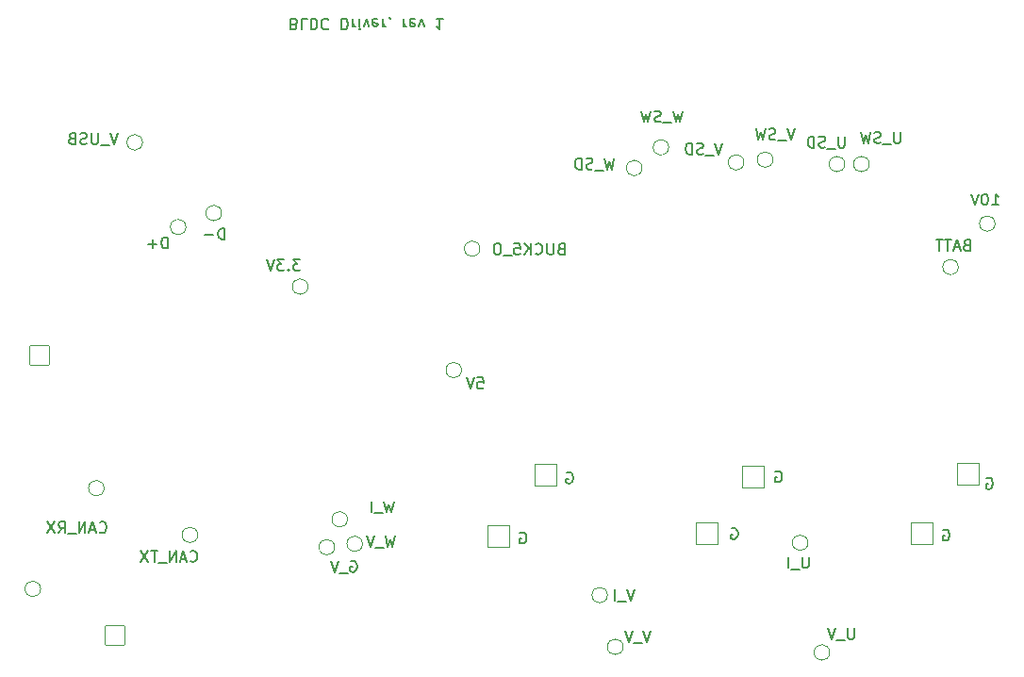
<source format=gbo>
G04 #@! TF.GenerationSoftware,KiCad,Pcbnew,8.0.4-8.0.4-0~ubuntu22.04.1*
G04 #@! TF.CreationDate,2024-08-24T23:14:06+02:00*
G04 #@! TF.ProjectId,bldc_project,626c6463-5f70-4726-9f6a-6563742e6b69,rev?*
G04 #@! TF.SameCoordinates,Original*
G04 #@! TF.FileFunction,Legend,Bot*
G04 #@! TF.FilePolarity,Positive*
%FSLAX46Y46*%
G04 Gerber Fmt 4.6, Leading zero omitted, Abs format (unit mm)*
G04 Created by KiCad (PCBNEW 8.0.4-8.0.4-0~ubuntu22.04.1) date 2024-08-24 23:14:06*
%MOMM*%
%LPD*%
G01*
G04 APERTURE LIST*
G04 Aperture macros list*
%AMRoundRect*
0 Rectangle with rounded corners*
0 $1 Rounding radius*
0 $2 $3 $4 $5 $6 $7 $8 $9 X,Y pos of 4 corners*
0 Add a 4 corners polygon primitive as box body*
4,1,4,$2,$3,$4,$5,$6,$7,$8,$9,$2,$3,0*
0 Add four circle primitives for the rounded corners*
1,1,$1+$1,$2,$3*
1,1,$1+$1,$4,$5*
1,1,$1+$1,$6,$7*
1,1,$1+$1,$8,$9*
0 Add four rect primitives between the rounded corners*
20,1,$1+$1,$2,$3,$4,$5,0*
20,1,$1+$1,$4,$5,$6,$7,0*
20,1,$1+$1,$6,$7,$8,$9,0*
20,1,$1+$1,$8,$9,$2,$3,0*%
G04 Aperture macros list end*
%ADD10C,0.160000*%
%ADD11C,0.120000*%
%ADD12RoundRect,0.038000X0.952500X1.000000X-0.952500X1.000000X-0.952500X-1.000000X0.952500X-1.000000X0*%
%ADD13O,1.981000X2.076000*%
%ADD14C,1.676000*%
%ADD15C,1.448000*%
%ADD16RoundRect,0.038000X-0.850000X-0.850000X0.850000X-0.850000X0.850000X0.850000X-0.850000X0.850000X0*%
%ADD17O,1.776000X1.776000*%
%ADD18C,0.726000*%
%ADD19O,1.076000X2.176000*%
%ADD20O,1.076000X1.676000*%
%ADD21RoundRect,0.038000X0.850000X-0.850000X0.850000X0.850000X-0.850000X0.850000X-0.850000X-0.850000X0*%
%ADD22C,1.066600*%
%ADD23C,1.076000*%
G04 APERTURE END LIST*
D10*
X76001879Y-128069299D02*
X75763784Y-129069299D01*
X75763784Y-129069299D02*
X75573308Y-128355013D01*
X75573308Y-128355013D02*
X75382832Y-129069299D01*
X75382832Y-129069299D02*
X75144737Y-128069299D01*
X75001880Y-129164537D02*
X74239975Y-129164537D01*
X74144736Y-128069299D02*
X73811403Y-129069299D01*
X73811403Y-129069299D02*
X73478070Y-128069299D01*
X101851879Y-89919299D02*
X101613784Y-90919299D01*
X101613784Y-90919299D02*
X101423308Y-90205013D01*
X101423308Y-90205013D02*
X101232832Y-90919299D01*
X101232832Y-90919299D02*
X100994737Y-89919299D01*
X100851880Y-91014537D02*
X100089975Y-91014537D01*
X99899498Y-90871680D02*
X99756641Y-90919299D01*
X99756641Y-90919299D02*
X99518546Y-90919299D01*
X99518546Y-90919299D02*
X99423308Y-90871680D01*
X99423308Y-90871680D02*
X99375689Y-90824060D01*
X99375689Y-90824060D02*
X99328070Y-90728822D01*
X99328070Y-90728822D02*
X99328070Y-90633584D01*
X99328070Y-90633584D02*
X99375689Y-90538346D01*
X99375689Y-90538346D02*
X99423308Y-90490727D01*
X99423308Y-90490727D02*
X99518546Y-90443108D01*
X99518546Y-90443108D02*
X99709022Y-90395489D01*
X99709022Y-90395489D02*
X99804260Y-90347870D01*
X99804260Y-90347870D02*
X99851879Y-90300251D01*
X99851879Y-90300251D02*
X99899498Y-90205013D01*
X99899498Y-90205013D02*
X99899498Y-90109775D01*
X99899498Y-90109775D02*
X99851879Y-90014537D01*
X99851879Y-90014537D02*
X99804260Y-89966918D01*
X99804260Y-89966918D02*
X99709022Y-89919299D01*
X99709022Y-89919299D02*
X99470927Y-89919299D01*
X99470927Y-89919299D02*
X99328070Y-89966918D01*
X98994736Y-89919299D02*
X98756641Y-90919299D01*
X98756641Y-90919299D02*
X98566165Y-90205013D01*
X98566165Y-90205013D02*
X98375689Y-90919299D01*
X98375689Y-90919299D02*
X98137594Y-89919299D01*
X116406641Y-92219299D02*
X116406641Y-93028822D01*
X116406641Y-93028822D02*
X116359022Y-93124060D01*
X116359022Y-93124060D02*
X116311403Y-93171680D01*
X116311403Y-93171680D02*
X116216165Y-93219299D01*
X116216165Y-93219299D02*
X116025689Y-93219299D01*
X116025689Y-93219299D02*
X115930451Y-93171680D01*
X115930451Y-93171680D02*
X115882832Y-93124060D01*
X115882832Y-93124060D02*
X115835213Y-93028822D01*
X115835213Y-93028822D02*
X115835213Y-92219299D01*
X115597118Y-93314537D02*
X114835213Y-93314537D01*
X114644736Y-93171680D02*
X114501879Y-93219299D01*
X114501879Y-93219299D02*
X114263784Y-93219299D01*
X114263784Y-93219299D02*
X114168546Y-93171680D01*
X114168546Y-93171680D02*
X114120927Y-93124060D01*
X114120927Y-93124060D02*
X114073308Y-93028822D01*
X114073308Y-93028822D02*
X114073308Y-92933584D01*
X114073308Y-92933584D02*
X114120927Y-92838346D01*
X114120927Y-92838346D02*
X114168546Y-92790727D01*
X114168546Y-92790727D02*
X114263784Y-92743108D01*
X114263784Y-92743108D02*
X114454260Y-92695489D01*
X114454260Y-92695489D02*
X114549498Y-92647870D01*
X114549498Y-92647870D02*
X114597117Y-92600251D01*
X114597117Y-92600251D02*
X114644736Y-92505013D01*
X114644736Y-92505013D02*
X114644736Y-92409775D01*
X114644736Y-92409775D02*
X114597117Y-92314537D01*
X114597117Y-92314537D02*
X114549498Y-92266918D01*
X114549498Y-92266918D02*
X114454260Y-92219299D01*
X114454260Y-92219299D02*
X114216165Y-92219299D01*
X114216165Y-92219299D02*
X114073308Y-92266918D01*
X113644736Y-93219299D02*
X113644736Y-92219299D01*
X113644736Y-92219299D02*
X113406641Y-92219299D01*
X113406641Y-92219299D02*
X113263784Y-92266918D01*
X113263784Y-92266918D02*
X113168546Y-92362156D01*
X113168546Y-92362156D02*
X113120927Y-92457394D01*
X113120927Y-92457394D02*
X113073308Y-92647870D01*
X113073308Y-92647870D02*
X113073308Y-92790727D01*
X113073308Y-92790727D02*
X113120927Y-92981203D01*
X113120927Y-92981203D02*
X113168546Y-93076441D01*
X113168546Y-93076441D02*
X113263784Y-93171680D01*
X113263784Y-93171680D02*
X113406641Y-93219299D01*
X113406641Y-93219299D02*
X113644736Y-93219299D01*
X51099498Y-91919299D02*
X50766165Y-92919299D01*
X50766165Y-92919299D02*
X50432832Y-91919299D01*
X50337594Y-93014537D02*
X49575689Y-93014537D01*
X49337593Y-91919299D02*
X49337593Y-92728822D01*
X49337593Y-92728822D02*
X49289974Y-92824060D01*
X49289974Y-92824060D02*
X49242355Y-92871680D01*
X49242355Y-92871680D02*
X49147117Y-92919299D01*
X49147117Y-92919299D02*
X48956641Y-92919299D01*
X48956641Y-92919299D02*
X48861403Y-92871680D01*
X48861403Y-92871680D02*
X48813784Y-92824060D01*
X48813784Y-92824060D02*
X48766165Y-92728822D01*
X48766165Y-92728822D02*
X48766165Y-91919299D01*
X48337593Y-92871680D02*
X48194736Y-92919299D01*
X48194736Y-92919299D02*
X47956641Y-92919299D01*
X47956641Y-92919299D02*
X47861403Y-92871680D01*
X47861403Y-92871680D02*
X47813784Y-92824060D01*
X47813784Y-92824060D02*
X47766165Y-92728822D01*
X47766165Y-92728822D02*
X47766165Y-92633584D01*
X47766165Y-92633584D02*
X47813784Y-92538346D01*
X47813784Y-92538346D02*
X47861403Y-92490727D01*
X47861403Y-92490727D02*
X47956641Y-92443108D01*
X47956641Y-92443108D02*
X48147117Y-92395489D01*
X48147117Y-92395489D02*
X48242355Y-92347870D01*
X48242355Y-92347870D02*
X48289974Y-92300251D01*
X48289974Y-92300251D02*
X48337593Y-92205013D01*
X48337593Y-92205013D02*
X48337593Y-92109775D01*
X48337593Y-92109775D02*
X48289974Y-92014537D01*
X48289974Y-92014537D02*
X48242355Y-91966918D01*
X48242355Y-91966918D02*
X48147117Y-91919299D01*
X48147117Y-91919299D02*
X47909022Y-91919299D01*
X47909022Y-91919299D02*
X47766165Y-91966918D01*
X47004260Y-92395489D02*
X46861403Y-92443108D01*
X46861403Y-92443108D02*
X46813784Y-92490727D01*
X46813784Y-92490727D02*
X46766165Y-92585965D01*
X46766165Y-92585965D02*
X46766165Y-92728822D01*
X46766165Y-92728822D02*
X46813784Y-92824060D01*
X46813784Y-92824060D02*
X46861403Y-92871680D01*
X46861403Y-92871680D02*
X46956641Y-92919299D01*
X46956641Y-92919299D02*
X47337593Y-92919299D01*
X47337593Y-92919299D02*
X47337593Y-91919299D01*
X47337593Y-91919299D02*
X47004260Y-91919299D01*
X47004260Y-91919299D02*
X46909022Y-91966918D01*
X46909022Y-91966918D02*
X46861403Y-92014537D01*
X46861403Y-92014537D02*
X46813784Y-92109775D01*
X46813784Y-92109775D02*
X46813784Y-92205013D01*
X46813784Y-92205013D02*
X46861403Y-92300251D01*
X46861403Y-92300251D02*
X46909022Y-92347870D01*
X46909022Y-92347870D02*
X47004260Y-92395489D01*
X47004260Y-92395489D02*
X47337593Y-92395489D01*
X95701879Y-94169299D02*
X95463784Y-95169299D01*
X95463784Y-95169299D02*
X95273308Y-94455013D01*
X95273308Y-94455013D02*
X95082832Y-95169299D01*
X95082832Y-95169299D02*
X94844737Y-94169299D01*
X94701880Y-95264537D02*
X93939975Y-95264537D01*
X93749498Y-95121680D02*
X93606641Y-95169299D01*
X93606641Y-95169299D02*
X93368546Y-95169299D01*
X93368546Y-95169299D02*
X93273308Y-95121680D01*
X93273308Y-95121680D02*
X93225689Y-95074060D01*
X93225689Y-95074060D02*
X93178070Y-94978822D01*
X93178070Y-94978822D02*
X93178070Y-94883584D01*
X93178070Y-94883584D02*
X93225689Y-94788346D01*
X93225689Y-94788346D02*
X93273308Y-94740727D01*
X93273308Y-94740727D02*
X93368546Y-94693108D01*
X93368546Y-94693108D02*
X93559022Y-94645489D01*
X93559022Y-94645489D02*
X93654260Y-94597870D01*
X93654260Y-94597870D02*
X93701879Y-94550251D01*
X93701879Y-94550251D02*
X93749498Y-94455013D01*
X93749498Y-94455013D02*
X93749498Y-94359775D01*
X93749498Y-94359775D02*
X93701879Y-94264537D01*
X93701879Y-94264537D02*
X93654260Y-94216918D01*
X93654260Y-94216918D02*
X93559022Y-94169299D01*
X93559022Y-94169299D02*
X93320927Y-94169299D01*
X93320927Y-94169299D02*
X93178070Y-94216918D01*
X92749498Y-95169299D02*
X92749498Y-94169299D01*
X92749498Y-94169299D02*
X92511403Y-94169299D01*
X92511403Y-94169299D02*
X92368546Y-94216918D01*
X92368546Y-94216918D02*
X92273308Y-94312156D01*
X92273308Y-94312156D02*
X92225689Y-94407394D01*
X92225689Y-94407394D02*
X92178070Y-94597870D01*
X92178070Y-94597870D02*
X92178070Y-94740727D01*
X92178070Y-94740727D02*
X92225689Y-94931203D01*
X92225689Y-94931203D02*
X92273308Y-95026441D01*
X92273308Y-95026441D02*
X92368546Y-95121680D01*
X92368546Y-95121680D02*
X92511403Y-95169299D01*
X92511403Y-95169299D02*
X92749498Y-95169299D01*
X83430451Y-113869299D02*
X83906641Y-113869299D01*
X83906641Y-113869299D02*
X83954260Y-114345489D01*
X83954260Y-114345489D02*
X83906641Y-114297870D01*
X83906641Y-114297870D02*
X83811403Y-114250251D01*
X83811403Y-114250251D02*
X83573308Y-114250251D01*
X83573308Y-114250251D02*
X83478070Y-114297870D01*
X83478070Y-114297870D02*
X83430451Y-114345489D01*
X83430451Y-114345489D02*
X83382832Y-114440727D01*
X83382832Y-114440727D02*
X83382832Y-114678822D01*
X83382832Y-114678822D02*
X83430451Y-114774060D01*
X83430451Y-114774060D02*
X83478070Y-114821680D01*
X83478070Y-114821680D02*
X83573308Y-114869299D01*
X83573308Y-114869299D02*
X83811403Y-114869299D01*
X83811403Y-114869299D02*
X83906641Y-114821680D01*
X83906641Y-114821680D02*
X83954260Y-114774060D01*
X83097117Y-113869299D02*
X82763784Y-114869299D01*
X82763784Y-114869299D02*
X82430451Y-113869299D01*
X75901879Y-124969299D02*
X75663784Y-125969299D01*
X75663784Y-125969299D02*
X75473308Y-125255013D01*
X75473308Y-125255013D02*
X75282832Y-125969299D01*
X75282832Y-125969299D02*
X75044737Y-124969299D01*
X74901880Y-126064537D02*
X74139975Y-126064537D01*
X73901879Y-125969299D02*
X73901879Y-124969299D01*
X129132832Y-122916918D02*
X129228070Y-122869299D01*
X129228070Y-122869299D02*
X129370927Y-122869299D01*
X129370927Y-122869299D02*
X129513784Y-122916918D01*
X129513784Y-122916918D02*
X129609022Y-123012156D01*
X129609022Y-123012156D02*
X129656641Y-123107394D01*
X129656641Y-123107394D02*
X129704260Y-123297870D01*
X129704260Y-123297870D02*
X129704260Y-123440727D01*
X129704260Y-123440727D02*
X129656641Y-123631203D01*
X129656641Y-123631203D02*
X129609022Y-123726441D01*
X129609022Y-123726441D02*
X129513784Y-123821680D01*
X129513784Y-123821680D02*
X129370927Y-123869299D01*
X129370927Y-123869299D02*
X129275689Y-123869299D01*
X129275689Y-123869299D02*
X129132832Y-123821680D01*
X129132832Y-123821680D02*
X129085213Y-123774060D01*
X129085213Y-123774060D02*
X129085213Y-123440727D01*
X129085213Y-123440727D02*
X129275689Y-123440727D01*
X60706641Y-101469299D02*
X60706641Y-100469299D01*
X60706641Y-100469299D02*
X60468546Y-100469299D01*
X60468546Y-100469299D02*
X60325689Y-100516918D01*
X60325689Y-100516918D02*
X60230451Y-100612156D01*
X60230451Y-100612156D02*
X60182832Y-100707394D01*
X60182832Y-100707394D02*
X60135213Y-100897870D01*
X60135213Y-100897870D02*
X60135213Y-101040727D01*
X60135213Y-101040727D02*
X60182832Y-101231203D01*
X60182832Y-101231203D02*
X60230451Y-101326441D01*
X60230451Y-101326441D02*
X60325689Y-101421680D01*
X60325689Y-101421680D02*
X60468546Y-101469299D01*
X60468546Y-101469299D02*
X60706641Y-101469299D01*
X59706641Y-101088346D02*
X58944737Y-101088346D01*
X105399498Y-92819299D02*
X105066165Y-93819299D01*
X105066165Y-93819299D02*
X104732832Y-92819299D01*
X104637594Y-93914537D02*
X103875689Y-93914537D01*
X103685212Y-93771680D02*
X103542355Y-93819299D01*
X103542355Y-93819299D02*
X103304260Y-93819299D01*
X103304260Y-93819299D02*
X103209022Y-93771680D01*
X103209022Y-93771680D02*
X103161403Y-93724060D01*
X103161403Y-93724060D02*
X103113784Y-93628822D01*
X103113784Y-93628822D02*
X103113784Y-93533584D01*
X103113784Y-93533584D02*
X103161403Y-93438346D01*
X103161403Y-93438346D02*
X103209022Y-93390727D01*
X103209022Y-93390727D02*
X103304260Y-93343108D01*
X103304260Y-93343108D02*
X103494736Y-93295489D01*
X103494736Y-93295489D02*
X103589974Y-93247870D01*
X103589974Y-93247870D02*
X103637593Y-93200251D01*
X103637593Y-93200251D02*
X103685212Y-93105013D01*
X103685212Y-93105013D02*
X103685212Y-93009775D01*
X103685212Y-93009775D02*
X103637593Y-92914537D01*
X103637593Y-92914537D02*
X103589974Y-92866918D01*
X103589974Y-92866918D02*
X103494736Y-92819299D01*
X103494736Y-92819299D02*
X103256641Y-92819299D01*
X103256641Y-92819299D02*
X103113784Y-92866918D01*
X102685212Y-93819299D02*
X102685212Y-92819299D01*
X102685212Y-92819299D02*
X102447117Y-92819299D01*
X102447117Y-92819299D02*
X102304260Y-92866918D01*
X102304260Y-92866918D02*
X102209022Y-92962156D01*
X102209022Y-92962156D02*
X102161403Y-93057394D01*
X102161403Y-93057394D02*
X102113784Y-93247870D01*
X102113784Y-93247870D02*
X102113784Y-93390727D01*
X102113784Y-93390727D02*
X102161403Y-93581203D01*
X102161403Y-93581203D02*
X102209022Y-93676441D01*
X102209022Y-93676441D02*
X102304260Y-93771680D01*
X102304260Y-93771680D02*
X102447117Y-93819299D01*
X102447117Y-93819299D02*
X102685212Y-93819299D01*
X111899498Y-91519299D02*
X111566165Y-92519299D01*
X111566165Y-92519299D02*
X111232832Y-91519299D01*
X111137594Y-92614537D02*
X110375689Y-92614537D01*
X110185212Y-92471680D02*
X110042355Y-92519299D01*
X110042355Y-92519299D02*
X109804260Y-92519299D01*
X109804260Y-92519299D02*
X109709022Y-92471680D01*
X109709022Y-92471680D02*
X109661403Y-92424060D01*
X109661403Y-92424060D02*
X109613784Y-92328822D01*
X109613784Y-92328822D02*
X109613784Y-92233584D01*
X109613784Y-92233584D02*
X109661403Y-92138346D01*
X109661403Y-92138346D02*
X109709022Y-92090727D01*
X109709022Y-92090727D02*
X109804260Y-92043108D01*
X109804260Y-92043108D02*
X109994736Y-91995489D01*
X109994736Y-91995489D02*
X110089974Y-91947870D01*
X110089974Y-91947870D02*
X110137593Y-91900251D01*
X110137593Y-91900251D02*
X110185212Y-91805013D01*
X110185212Y-91805013D02*
X110185212Y-91709775D01*
X110185212Y-91709775D02*
X110137593Y-91614537D01*
X110137593Y-91614537D02*
X110089974Y-91566918D01*
X110089974Y-91566918D02*
X109994736Y-91519299D01*
X109994736Y-91519299D02*
X109756641Y-91519299D01*
X109756641Y-91519299D02*
X109613784Y-91566918D01*
X109280450Y-91519299D02*
X109042355Y-92519299D01*
X109042355Y-92519299D02*
X108851879Y-91805013D01*
X108851879Y-91805013D02*
X108661403Y-92519299D01*
X108661403Y-92519299D02*
X108423308Y-91519299D01*
X91432832Y-122416918D02*
X91528070Y-122369299D01*
X91528070Y-122369299D02*
X91670927Y-122369299D01*
X91670927Y-122369299D02*
X91813784Y-122416918D01*
X91813784Y-122416918D02*
X91909022Y-122512156D01*
X91909022Y-122512156D02*
X91956641Y-122607394D01*
X91956641Y-122607394D02*
X92004260Y-122797870D01*
X92004260Y-122797870D02*
X92004260Y-122940727D01*
X92004260Y-122940727D02*
X91956641Y-123131203D01*
X91956641Y-123131203D02*
X91909022Y-123226441D01*
X91909022Y-123226441D02*
X91813784Y-123321680D01*
X91813784Y-123321680D02*
X91670927Y-123369299D01*
X91670927Y-123369299D02*
X91575689Y-123369299D01*
X91575689Y-123369299D02*
X91432832Y-123321680D01*
X91432832Y-123321680D02*
X91385213Y-123274060D01*
X91385213Y-123274060D02*
X91385213Y-122940727D01*
X91385213Y-122940727D02*
X91575689Y-122940727D01*
X110182832Y-122316918D02*
X110278070Y-122269299D01*
X110278070Y-122269299D02*
X110420927Y-122269299D01*
X110420927Y-122269299D02*
X110563784Y-122316918D01*
X110563784Y-122316918D02*
X110659022Y-122412156D01*
X110659022Y-122412156D02*
X110706641Y-122507394D01*
X110706641Y-122507394D02*
X110754260Y-122697870D01*
X110754260Y-122697870D02*
X110754260Y-122840727D01*
X110754260Y-122840727D02*
X110706641Y-123031203D01*
X110706641Y-123031203D02*
X110659022Y-123126441D01*
X110659022Y-123126441D02*
X110563784Y-123221680D01*
X110563784Y-123221680D02*
X110420927Y-123269299D01*
X110420927Y-123269299D02*
X110325689Y-123269299D01*
X110325689Y-123269299D02*
X110182832Y-123221680D01*
X110182832Y-123221680D02*
X110135213Y-123174060D01*
X110135213Y-123174060D02*
X110135213Y-122840727D01*
X110135213Y-122840727D02*
X110325689Y-122840727D01*
X121406641Y-91819299D02*
X121406641Y-92628822D01*
X121406641Y-92628822D02*
X121359022Y-92724060D01*
X121359022Y-92724060D02*
X121311403Y-92771680D01*
X121311403Y-92771680D02*
X121216165Y-92819299D01*
X121216165Y-92819299D02*
X121025689Y-92819299D01*
X121025689Y-92819299D02*
X120930451Y-92771680D01*
X120930451Y-92771680D02*
X120882832Y-92724060D01*
X120882832Y-92724060D02*
X120835213Y-92628822D01*
X120835213Y-92628822D02*
X120835213Y-91819299D01*
X120597118Y-92914537D02*
X119835213Y-92914537D01*
X119644736Y-92771680D02*
X119501879Y-92819299D01*
X119501879Y-92819299D02*
X119263784Y-92819299D01*
X119263784Y-92819299D02*
X119168546Y-92771680D01*
X119168546Y-92771680D02*
X119120927Y-92724060D01*
X119120927Y-92724060D02*
X119073308Y-92628822D01*
X119073308Y-92628822D02*
X119073308Y-92533584D01*
X119073308Y-92533584D02*
X119120927Y-92438346D01*
X119120927Y-92438346D02*
X119168546Y-92390727D01*
X119168546Y-92390727D02*
X119263784Y-92343108D01*
X119263784Y-92343108D02*
X119454260Y-92295489D01*
X119454260Y-92295489D02*
X119549498Y-92247870D01*
X119549498Y-92247870D02*
X119597117Y-92200251D01*
X119597117Y-92200251D02*
X119644736Y-92105013D01*
X119644736Y-92105013D02*
X119644736Y-92009775D01*
X119644736Y-92009775D02*
X119597117Y-91914537D01*
X119597117Y-91914537D02*
X119549498Y-91866918D01*
X119549498Y-91866918D02*
X119454260Y-91819299D01*
X119454260Y-91819299D02*
X119216165Y-91819299D01*
X119216165Y-91819299D02*
X119073308Y-91866918D01*
X118739974Y-91819299D02*
X118501879Y-92819299D01*
X118501879Y-92819299D02*
X118311403Y-92105013D01*
X118311403Y-92105013D02*
X118120927Y-92819299D01*
X118120927Y-92819299D02*
X117882832Y-91819299D01*
X57635213Y-130324060D02*
X57682832Y-130371680D01*
X57682832Y-130371680D02*
X57825689Y-130419299D01*
X57825689Y-130419299D02*
X57920927Y-130419299D01*
X57920927Y-130419299D02*
X58063784Y-130371680D01*
X58063784Y-130371680D02*
X58159022Y-130276441D01*
X58159022Y-130276441D02*
X58206641Y-130181203D01*
X58206641Y-130181203D02*
X58254260Y-129990727D01*
X58254260Y-129990727D02*
X58254260Y-129847870D01*
X58254260Y-129847870D02*
X58206641Y-129657394D01*
X58206641Y-129657394D02*
X58159022Y-129562156D01*
X58159022Y-129562156D02*
X58063784Y-129466918D01*
X58063784Y-129466918D02*
X57920927Y-129419299D01*
X57920927Y-129419299D02*
X57825689Y-129419299D01*
X57825689Y-129419299D02*
X57682832Y-129466918D01*
X57682832Y-129466918D02*
X57635213Y-129514537D01*
X57254260Y-130133584D02*
X56778070Y-130133584D01*
X57349498Y-130419299D02*
X57016165Y-129419299D01*
X57016165Y-129419299D02*
X56682832Y-130419299D01*
X56349498Y-130419299D02*
X56349498Y-129419299D01*
X56349498Y-129419299D02*
X55778070Y-130419299D01*
X55778070Y-130419299D02*
X55778070Y-129419299D01*
X55539975Y-130514537D02*
X54778070Y-130514537D01*
X54682831Y-129419299D02*
X54111403Y-129419299D01*
X54397117Y-130419299D02*
X54397117Y-129419299D01*
X53873307Y-129419299D02*
X53206641Y-130419299D01*
X53206641Y-129419299D02*
X53873307Y-130419299D01*
X98949498Y-136619299D02*
X98616165Y-137619299D01*
X98616165Y-137619299D02*
X98282832Y-136619299D01*
X98187594Y-137714537D02*
X97425689Y-137714537D01*
X97330450Y-136619299D02*
X96997117Y-137619299D01*
X96997117Y-137619299D02*
X96663784Y-136619299D01*
X125232832Y-127566918D02*
X125328070Y-127519299D01*
X125328070Y-127519299D02*
X125470927Y-127519299D01*
X125470927Y-127519299D02*
X125613784Y-127566918D01*
X125613784Y-127566918D02*
X125709022Y-127662156D01*
X125709022Y-127662156D02*
X125756641Y-127757394D01*
X125756641Y-127757394D02*
X125804260Y-127947870D01*
X125804260Y-127947870D02*
X125804260Y-128090727D01*
X125804260Y-128090727D02*
X125756641Y-128281203D01*
X125756641Y-128281203D02*
X125709022Y-128376441D01*
X125709022Y-128376441D02*
X125613784Y-128471680D01*
X125613784Y-128471680D02*
X125470927Y-128519299D01*
X125470927Y-128519299D02*
X125375689Y-128519299D01*
X125375689Y-128519299D02*
X125232832Y-128471680D01*
X125232832Y-128471680D02*
X125185213Y-128424060D01*
X125185213Y-128424060D02*
X125185213Y-128090727D01*
X125185213Y-128090727D02*
X125375689Y-128090727D01*
X87232832Y-127816918D02*
X87328070Y-127769299D01*
X87328070Y-127769299D02*
X87470927Y-127769299D01*
X87470927Y-127769299D02*
X87613784Y-127816918D01*
X87613784Y-127816918D02*
X87709022Y-127912156D01*
X87709022Y-127912156D02*
X87756641Y-128007394D01*
X87756641Y-128007394D02*
X87804260Y-128197870D01*
X87804260Y-128197870D02*
X87804260Y-128340727D01*
X87804260Y-128340727D02*
X87756641Y-128531203D01*
X87756641Y-128531203D02*
X87709022Y-128626441D01*
X87709022Y-128626441D02*
X87613784Y-128721680D01*
X87613784Y-128721680D02*
X87470927Y-128769299D01*
X87470927Y-128769299D02*
X87375689Y-128769299D01*
X87375689Y-128769299D02*
X87232832Y-128721680D01*
X87232832Y-128721680D02*
X87185213Y-128674060D01*
X87185213Y-128674060D02*
X87185213Y-128340727D01*
X87185213Y-128340727D02*
X87375689Y-128340727D01*
X129632832Y-98369299D02*
X130204260Y-98369299D01*
X129918546Y-98369299D02*
X129918546Y-97369299D01*
X129918546Y-97369299D02*
X130013784Y-97512156D01*
X130013784Y-97512156D02*
X130109022Y-97607394D01*
X130109022Y-97607394D02*
X130204260Y-97655013D01*
X129013784Y-97369299D02*
X128918546Y-97369299D01*
X128918546Y-97369299D02*
X128823308Y-97416918D01*
X128823308Y-97416918D02*
X128775689Y-97464537D01*
X128775689Y-97464537D02*
X128728070Y-97559775D01*
X128728070Y-97559775D02*
X128680451Y-97750251D01*
X128680451Y-97750251D02*
X128680451Y-97988346D01*
X128680451Y-97988346D02*
X128728070Y-98178822D01*
X128728070Y-98178822D02*
X128775689Y-98274060D01*
X128775689Y-98274060D02*
X128823308Y-98321680D01*
X128823308Y-98321680D02*
X128918546Y-98369299D01*
X128918546Y-98369299D02*
X129013784Y-98369299D01*
X129013784Y-98369299D02*
X129109022Y-98321680D01*
X129109022Y-98321680D02*
X129156641Y-98274060D01*
X129156641Y-98274060D02*
X129204260Y-98178822D01*
X129204260Y-98178822D02*
X129251879Y-97988346D01*
X129251879Y-97988346D02*
X129251879Y-97750251D01*
X129251879Y-97750251D02*
X129204260Y-97559775D01*
X129204260Y-97559775D02*
X129156641Y-97464537D01*
X129156641Y-97464537D02*
X129109022Y-97416918D01*
X129109022Y-97416918D02*
X129013784Y-97369299D01*
X128394736Y-97369299D02*
X128061403Y-98369299D01*
X128061403Y-98369299D02*
X127728070Y-97369299D01*
X67501879Y-103269299D02*
X66882832Y-103269299D01*
X66882832Y-103269299D02*
X67216165Y-103650251D01*
X67216165Y-103650251D02*
X67073308Y-103650251D01*
X67073308Y-103650251D02*
X66978070Y-103697870D01*
X66978070Y-103697870D02*
X66930451Y-103745489D01*
X66930451Y-103745489D02*
X66882832Y-103840727D01*
X66882832Y-103840727D02*
X66882832Y-104078822D01*
X66882832Y-104078822D02*
X66930451Y-104174060D01*
X66930451Y-104174060D02*
X66978070Y-104221680D01*
X66978070Y-104221680D02*
X67073308Y-104269299D01*
X67073308Y-104269299D02*
X67359022Y-104269299D01*
X67359022Y-104269299D02*
X67454260Y-104221680D01*
X67454260Y-104221680D02*
X67501879Y-104174060D01*
X66454260Y-104174060D02*
X66406641Y-104221680D01*
X66406641Y-104221680D02*
X66454260Y-104269299D01*
X66454260Y-104269299D02*
X66501879Y-104221680D01*
X66501879Y-104221680D02*
X66454260Y-104174060D01*
X66454260Y-104174060D02*
X66454260Y-104269299D01*
X66073308Y-103269299D02*
X65454261Y-103269299D01*
X65454261Y-103269299D02*
X65787594Y-103650251D01*
X65787594Y-103650251D02*
X65644737Y-103650251D01*
X65644737Y-103650251D02*
X65549499Y-103697870D01*
X65549499Y-103697870D02*
X65501880Y-103745489D01*
X65501880Y-103745489D02*
X65454261Y-103840727D01*
X65454261Y-103840727D02*
X65454261Y-104078822D01*
X65454261Y-104078822D02*
X65501880Y-104174060D01*
X65501880Y-104174060D02*
X65549499Y-104221680D01*
X65549499Y-104221680D02*
X65644737Y-104269299D01*
X65644737Y-104269299D02*
X65930451Y-104269299D01*
X65930451Y-104269299D02*
X66025689Y-104221680D01*
X66025689Y-104221680D02*
X66073308Y-104174060D01*
X65168546Y-103269299D02*
X64835213Y-104269299D01*
X64835213Y-104269299D02*
X64501880Y-103269299D01*
X117256641Y-136369299D02*
X117256641Y-137178822D01*
X117256641Y-137178822D02*
X117209022Y-137274060D01*
X117209022Y-137274060D02*
X117161403Y-137321680D01*
X117161403Y-137321680D02*
X117066165Y-137369299D01*
X117066165Y-137369299D02*
X116875689Y-137369299D01*
X116875689Y-137369299D02*
X116780451Y-137321680D01*
X116780451Y-137321680D02*
X116732832Y-137274060D01*
X116732832Y-137274060D02*
X116685213Y-137178822D01*
X116685213Y-137178822D02*
X116685213Y-136369299D01*
X116447118Y-137464537D02*
X115685213Y-137464537D01*
X115589974Y-136369299D02*
X115256641Y-137369299D01*
X115256641Y-137369299D02*
X114923308Y-136369299D01*
X72032832Y-130366918D02*
X72128070Y-130319299D01*
X72128070Y-130319299D02*
X72270927Y-130319299D01*
X72270927Y-130319299D02*
X72413784Y-130366918D01*
X72413784Y-130366918D02*
X72509022Y-130462156D01*
X72509022Y-130462156D02*
X72556641Y-130557394D01*
X72556641Y-130557394D02*
X72604260Y-130747870D01*
X72604260Y-130747870D02*
X72604260Y-130890727D01*
X72604260Y-130890727D02*
X72556641Y-131081203D01*
X72556641Y-131081203D02*
X72509022Y-131176441D01*
X72509022Y-131176441D02*
X72413784Y-131271680D01*
X72413784Y-131271680D02*
X72270927Y-131319299D01*
X72270927Y-131319299D02*
X72175689Y-131319299D01*
X72175689Y-131319299D02*
X72032832Y-131271680D01*
X72032832Y-131271680D02*
X71985213Y-131224060D01*
X71985213Y-131224060D02*
X71985213Y-130890727D01*
X71985213Y-130890727D02*
X72175689Y-130890727D01*
X71794737Y-131414537D02*
X71032832Y-131414537D01*
X70937593Y-130319299D02*
X70604260Y-131319299D01*
X70604260Y-131319299D02*
X70270927Y-130319299D01*
X97499498Y-132869299D02*
X97166165Y-133869299D01*
X97166165Y-133869299D02*
X96832832Y-132869299D01*
X96737594Y-133964537D02*
X95975689Y-133964537D01*
X95737593Y-133869299D02*
X95737593Y-132869299D01*
X113156641Y-129969299D02*
X113156641Y-130778822D01*
X113156641Y-130778822D02*
X113109022Y-130874060D01*
X113109022Y-130874060D02*
X113061403Y-130921680D01*
X113061403Y-130921680D02*
X112966165Y-130969299D01*
X112966165Y-130969299D02*
X112775689Y-130969299D01*
X112775689Y-130969299D02*
X112680451Y-130921680D01*
X112680451Y-130921680D02*
X112632832Y-130874060D01*
X112632832Y-130874060D02*
X112585213Y-130778822D01*
X112585213Y-130778822D02*
X112585213Y-129969299D01*
X112347118Y-131064537D02*
X111585213Y-131064537D01*
X111347117Y-130969299D02*
X111347117Y-129969299D01*
X127323308Y-101945489D02*
X127180451Y-101993108D01*
X127180451Y-101993108D02*
X127132832Y-102040727D01*
X127132832Y-102040727D02*
X127085213Y-102135965D01*
X127085213Y-102135965D02*
X127085213Y-102278822D01*
X127085213Y-102278822D02*
X127132832Y-102374060D01*
X127132832Y-102374060D02*
X127180451Y-102421680D01*
X127180451Y-102421680D02*
X127275689Y-102469299D01*
X127275689Y-102469299D02*
X127656641Y-102469299D01*
X127656641Y-102469299D02*
X127656641Y-101469299D01*
X127656641Y-101469299D02*
X127323308Y-101469299D01*
X127323308Y-101469299D02*
X127228070Y-101516918D01*
X127228070Y-101516918D02*
X127180451Y-101564537D01*
X127180451Y-101564537D02*
X127132832Y-101659775D01*
X127132832Y-101659775D02*
X127132832Y-101755013D01*
X127132832Y-101755013D02*
X127180451Y-101850251D01*
X127180451Y-101850251D02*
X127228070Y-101897870D01*
X127228070Y-101897870D02*
X127323308Y-101945489D01*
X127323308Y-101945489D02*
X127656641Y-101945489D01*
X126704260Y-102183584D02*
X126228070Y-102183584D01*
X126799498Y-102469299D02*
X126466165Y-101469299D01*
X126466165Y-101469299D02*
X126132832Y-102469299D01*
X125942355Y-101469299D02*
X125370927Y-101469299D01*
X125656641Y-102469299D02*
X125656641Y-101469299D01*
X125180450Y-101469299D02*
X124609022Y-101469299D01*
X124894736Y-102469299D02*
X124894736Y-101469299D01*
X90923308Y-102295489D02*
X90780451Y-102343108D01*
X90780451Y-102343108D02*
X90732832Y-102390727D01*
X90732832Y-102390727D02*
X90685213Y-102485965D01*
X90685213Y-102485965D02*
X90685213Y-102628822D01*
X90685213Y-102628822D02*
X90732832Y-102724060D01*
X90732832Y-102724060D02*
X90780451Y-102771680D01*
X90780451Y-102771680D02*
X90875689Y-102819299D01*
X90875689Y-102819299D02*
X91256641Y-102819299D01*
X91256641Y-102819299D02*
X91256641Y-101819299D01*
X91256641Y-101819299D02*
X90923308Y-101819299D01*
X90923308Y-101819299D02*
X90828070Y-101866918D01*
X90828070Y-101866918D02*
X90780451Y-101914537D01*
X90780451Y-101914537D02*
X90732832Y-102009775D01*
X90732832Y-102009775D02*
X90732832Y-102105013D01*
X90732832Y-102105013D02*
X90780451Y-102200251D01*
X90780451Y-102200251D02*
X90828070Y-102247870D01*
X90828070Y-102247870D02*
X90923308Y-102295489D01*
X90923308Y-102295489D02*
X91256641Y-102295489D01*
X90256641Y-101819299D02*
X90256641Y-102628822D01*
X90256641Y-102628822D02*
X90209022Y-102724060D01*
X90209022Y-102724060D02*
X90161403Y-102771680D01*
X90161403Y-102771680D02*
X90066165Y-102819299D01*
X90066165Y-102819299D02*
X89875689Y-102819299D01*
X89875689Y-102819299D02*
X89780451Y-102771680D01*
X89780451Y-102771680D02*
X89732832Y-102724060D01*
X89732832Y-102724060D02*
X89685213Y-102628822D01*
X89685213Y-102628822D02*
X89685213Y-101819299D01*
X88637594Y-102724060D02*
X88685213Y-102771680D01*
X88685213Y-102771680D02*
X88828070Y-102819299D01*
X88828070Y-102819299D02*
X88923308Y-102819299D01*
X88923308Y-102819299D02*
X89066165Y-102771680D01*
X89066165Y-102771680D02*
X89161403Y-102676441D01*
X89161403Y-102676441D02*
X89209022Y-102581203D01*
X89209022Y-102581203D02*
X89256641Y-102390727D01*
X89256641Y-102390727D02*
X89256641Y-102247870D01*
X89256641Y-102247870D02*
X89209022Y-102057394D01*
X89209022Y-102057394D02*
X89161403Y-101962156D01*
X89161403Y-101962156D02*
X89066165Y-101866918D01*
X89066165Y-101866918D02*
X88923308Y-101819299D01*
X88923308Y-101819299D02*
X88828070Y-101819299D01*
X88828070Y-101819299D02*
X88685213Y-101866918D01*
X88685213Y-101866918D02*
X88637594Y-101914537D01*
X88209022Y-102819299D02*
X88209022Y-101819299D01*
X87637594Y-102819299D02*
X88066165Y-102247870D01*
X87637594Y-101819299D02*
X88209022Y-102390727D01*
X86732832Y-101819299D02*
X87209022Y-101819299D01*
X87209022Y-101819299D02*
X87256641Y-102295489D01*
X87256641Y-102295489D02*
X87209022Y-102247870D01*
X87209022Y-102247870D02*
X87113784Y-102200251D01*
X87113784Y-102200251D02*
X86875689Y-102200251D01*
X86875689Y-102200251D02*
X86780451Y-102247870D01*
X86780451Y-102247870D02*
X86732832Y-102295489D01*
X86732832Y-102295489D02*
X86685213Y-102390727D01*
X86685213Y-102390727D02*
X86685213Y-102628822D01*
X86685213Y-102628822D02*
X86732832Y-102724060D01*
X86732832Y-102724060D02*
X86780451Y-102771680D01*
X86780451Y-102771680D02*
X86875689Y-102819299D01*
X86875689Y-102819299D02*
X87113784Y-102819299D01*
X87113784Y-102819299D02*
X87209022Y-102771680D01*
X87209022Y-102771680D02*
X87256641Y-102724060D01*
X86494737Y-102914537D02*
X85732832Y-102914537D01*
X85304260Y-101819299D02*
X85113784Y-101819299D01*
X85113784Y-101819299D02*
X85018546Y-101866918D01*
X85018546Y-101866918D02*
X84923308Y-101962156D01*
X84923308Y-101962156D02*
X84875689Y-102152632D01*
X84875689Y-102152632D02*
X84875689Y-102485965D01*
X84875689Y-102485965D02*
X84923308Y-102676441D01*
X84923308Y-102676441D02*
X85018546Y-102771680D01*
X85018546Y-102771680D02*
X85113784Y-102819299D01*
X85113784Y-102819299D02*
X85304260Y-102819299D01*
X85304260Y-102819299D02*
X85399498Y-102771680D01*
X85399498Y-102771680D02*
X85494736Y-102676441D01*
X85494736Y-102676441D02*
X85542355Y-102485965D01*
X85542355Y-102485965D02*
X85542355Y-102152632D01*
X85542355Y-102152632D02*
X85494736Y-101962156D01*
X85494736Y-101962156D02*
X85399498Y-101866918D01*
X85399498Y-101866918D02*
X85304260Y-101819299D01*
X66976691Y-82154510D02*
X67119548Y-82106891D01*
X67119548Y-82106891D02*
X67167167Y-82059272D01*
X67167167Y-82059272D02*
X67214786Y-81964034D01*
X67214786Y-81964034D02*
X67214786Y-81821177D01*
X67214786Y-81821177D02*
X67167167Y-81725939D01*
X67167167Y-81725939D02*
X67119548Y-81678320D01*
X67119548Y-81678320D02*
X67024310Y-81630700D01*
X67024310Y-81630700D02*
X66643358Y-81630700D01*
X66643358Y-81630700D02*
X66643358Y-82630700D01*
X66643358Y-82630700D02*
X66976691Y-82630700D01*
X66976691Y-82630700D02*
X67071929Y-82583081D01*
X67071929Y-82583081D02*
X67119548Y-82535462D01*
X67119548Y-82535462D02*
X67167167Y-82440224D01*
X67167167Y-82440224D02*
X67167167Y-82344986D01*
X67167167Y-82344986D02*
X67119548Y-82249748D01*
X67119548Y-82249748D02*
X67071929Y-82202129D01*
X67071929Y-82202129D02*
X66976691Y-82154510D01*
X66976691Y-82154510D02*
X66643358Y-82154510D01*
X68119548Y-81630700D02*
X67643358Y-81630700D01*
X67643358Y-81630700D02*
X67643358Y-82630700D01*
X68452882Y-81630700D02*
X68452882Y-82630700D01*
X68452882Y-82630700D02*
X68690977Y-82630700D01*
X68690977Y-82630700D02*
X68833834Y-82583081D01*
X68833834Y-82583081D02*
X68929072Y-82487843D01*
X68929072Y-82487843D02*
X68976691Y-82392605D01*
X68976691Y-82392605D02*
X69024310Y-82202129D01*
X69024310Y-82202129D02*
X69024310Y-82059272D01*
X69024310Y-82059272D02*
X68976691Y-81868796D01*
X68976691Y-81868796D02*
X68929072Y-81773558D01*
X68929072Y-81773558D02*
X68833834Y-81678320D01*
X68833834Y-81678320D02*
X68690977Y-81630700D01*
X68690977Y-81630700D02*
X68452882Y-81630700D01*
X70024310Y-81725939D02*
X69976691Y-81678320D01*
X69976691Y-81678320D02*
X69833834Y-81630700D01*
X69833834Y-81630700D02*
X69738596Y-81630700D01*
X69738596Y-81630700D02*
X69595739Y-81678320D01*
X69595739Y-81678320D02*
X69500501Y-81773558D01*
X69500501Y-81773558D02*
X69452882Y-81868796D01*
X69452882Y-81868796D02*
X69405263Y-82059272D01*
X69405263Y-82059272D02*
X69405263Y-82202129D01*
X69405263Y-82202129D02*
X69452882Y-82392605D01*
X69452882Y-82392605D02*
X69500501Y-82487843D01*
X69500501Y-82487843D02*
X69595739Y-82583081D01*
X69595739Y-82583081D02*
X69738596Y-82630700D01*
X69738596Y-82630700D02*
X69833834Y-82630700D01*
X69833834Y-82630700D02*
X69976691Y-82583081D01*
X69976691Y-82583081D02*
X70024310Y-82535462D01*
X71214787Y-81630700D02*
X71214787Y-82630700D01*
X71214787Y-82630700D02*
X71452882Y-82630700D01*
X71452882Y-82630700D02*
X71595739Y-82583081D01*
X71595739Y-82583081D02*
X71690977Y-82487843D01*
X71690977Y-82487843D02*
X71738596Y-82392605D01*
X71738596Y-82392605D02*
X71786215Y-82202129D01*
X71786215Y-82202129D02*
X71786215Y-82059272D01*
X71786215Y-82059272D02*
X71738596Y-81868796D01*
X71738596Y-81868796D02*
X71690977Y-81773558D01*
X71690977Y-81773558D02*
X71595739Y-81678320D01*
X71595739Y-81678320D02*
X71452882Y-81630700D01*
X71452882Y-81630700D02*
X71214787Y-81630700D01*
X72214787Y-81630700D02*
X72214787Y-82297367D01*
X72214787Y-82106891D02*
X72262406Y-82202129D01*
X72262406Y-82202129D02*
X72310025Y-82249748D01*
X72310025Y-82249748D02*
X72405263Y-82297367D01*
X72405263Y-82297367D02*
X72500501Y-82297367D01*
X72833835Y-81630700D02*
X72833835Y-82297367D01*
X72833835Y-82630700D02*
X72786216Y-82583081D01*
X72786216Y-82583081D02*
X72833835Y-82535462D01*
X72833835Y-82535462D02*
X72881454Y-82583081D01*
X72881454Y-82583081D02*
X72833835Y-82630700D01*
X72833835Y-82630700D02*
X72833835Y-82535462D01*
X73214787Y-82297367D02*
X73452882Y-81630700D01*
X73452882Y-81630700D02*
X73690977Y-82297367D01*
X74452882Y-81678320D02*
X74357644Y-81630700D01*
X74357644Y-81630700D02*
X74167168Y-81630700D01*
X74167168Y-81630700D02*
X74071930Y-81678320D01*
X74071930Y-81678320D02*
X74024311Y-81773558D01*
X74024311Y-81773558D02*
X74024311Y-82154510D01*
X74024311Y-82154510D02*
X74071930Y-82249748D01*
X74071930Y-82249748D02*
X74167168Y-82297367D01*
X74167168Y-82297367D02*
X74357644Y-82297367D01*
X74357644Y-82297367D02*
X74452882Y-82249748D01*
X74452882Y-82249748D02*
X74500501Y-82154510D01*
X74500501Y-82154510D02*
X74500501Y-82059272D01*
X74500501Y-82059272D02*
X74024311Y-81964034D01*
X74929073Y-81630700D02*
X74929073Y-82297367D01*
X74929073Y-82106891D02*
X74976692Y-82202129D01*
X74976692Y-82202129D02*
X75024311Y-82249748D01*
X75024311Y-82249748D02*
X75119549Y-82297367D01*
X75119549Y-82297367D02*
X75214787Y-82297367D01*
X75595740Y-81678320D02*
X75595740Y-81630700D01*
X75595740Y-81630700D02*
X75548121Y-81535462D01*
X75548121Y-81535462D02*
X75500502Y-81487843D01*
X76786216Y-81630700D02*
X76786216Y-82297367D01*
X76786216Y-82106891D02*
X76833835Y-82202129D01*
X76833835Y-82202129D02*
X76881454Y-82249748D01*
X76881454Y-82249748D02*
X76976692Y-82297367D01*
X76976692Y-82297367D02*
X77071930Y-82297367D01*
X77786216Y-81678320D02*
X77690978Y-81630700D01*
X77690978Y-81630700D02*
X77500502Y-81630700D01*
X77500502Y-81630700D02*
X77405264Y-81678320D01*
X77405264Y-81678320D02*
X77357645Y-81773558D01*
X77357645Y-81773558D02*
X77357645Y-82154510D01*
X77357645Y-82154510D02*
X77405264Y-82249748D01*
X77405264Y-82249748D02*
X77500502Y-82297367D01*
X77500502Y-82297367D02*
X77690978Y-82297367D01*
X77690978Y-82297367D02*
X77786216Y-82249748D01*
X77786216Y-82249748D02*
X77833835Y-82154510D01*
X77833835Y-82154510D02*
X77833835Y-82059272D01*
X77833835Y-82059272D02*
X77357645Y-81964034D01*
X78167169Y-82297367D02*
X78405264Y-81630700D01*
X78405264Y-81630700D02*
X78643359Y-82297367D01*
X80310026Y-81630700D02*
X79738598Y-81630700D01*
X80024312Y-81630700D02*
X80024312Y-82630700D01*
X80024312Y-82630700D02*
X79929074Y-82487843D01*
X79929074Y-82487843D02*
X79833836Y-82392605D01*
X79833836Y-82392605D02*
X79738598Y-82344986D01*
X49485213Y-127724060D02*
X49532832Y-127771680D01*
X49532832Y-127771680D02*
X49675689Y-127819299D01*
X49675689Y-127819299D02*
X49770927Y-127819299D01*
X49770927Y-127819299D02*
X49913784Y-127771680D01*
X49913784Y-127771680D02*
X50009022Y-127676441D01*
X50009022Y-127676441D02*
X50056641Y-127581203D01*
X50056641Y-127581203D02*
X50104260Y-127390727D01*
X50104260Y-127390727D02*
X50104260Y-127247870D01*
X50104260Y-127247870D02*
X50056641Y-127057394D01*
X50056641Y-127057394D02*
X50009022Y-126962156D01*
X50009022Y-126962156D02*
X49913784Y-126866918D01*
X49913784Y-126866918D02*
X49770927Y-126819299D01*
X49770927Y-126819299D02*
X49675689Y-126819299D01*
X49675689Y-126819299D02*
X49532832Y-126866918D01*
X49532832Y-126866918D02*
X49485213Y-126914537D01*
X49104260Y-127533584D02*
X48628070Y-127533584D01*
X49199498Y-127819299D02*
X48866165Y-126819299D01*
X48866165Y-126819299D02*
X48532832Y-127819299D01*
X48199498Y-127819299D02*
X48199498Y-126819299D01*
X48199498Y-126819299D02*
X47628070Y-127819299D01*
X47628070Y-127819299D02*
X47628070Y-126819299D01*
X47389975Y-127914537D02*
X46628070Y-127914537D01*
X45818546Y-127819299D02*
X46151879Y-127343108D01*
X46389974Y-127819299D02*
X46389974Y-126819299D01*
X46389974Y-126819299D02*
X46009022Y-126819299D01*
X46009022Y-126819299D02*
X45913784Y-126866918D01*
X45913784Y-126866918D02*
X45866165Y-126914537D01*
X45866165Y-126914537D02*
X45818546Y-127009775D01*
X45818546Y-127009775D02*
X45818546Y-127152632D01*
X45818546Y-127152632D02*
X45866165Y-127247870D01*
X45866165Y-127247870D02*
X45913784Y-127295489D01*
X45913784Y-127295489D02*
X46009022Y-127343108D01*
X46009022Y-127343108D02*
X46389974Y-127343108D01*
X45485212Y-126819299D02*
X44818546Y-127819299D01*
X44818546Y-126819299D02*
X45485212Y-127819299D01*
X55606641Y-102269299D02*
X55606641Y-101269299D01*
X55606641Y-101269299D02*
X55368546Y-101269299D01*
X55368546Y-101269299D02*
X55225689Y-101316918D01*
X55225689Y-101316918D02*
X55130451Y-101412156D01*
X55130451Y-101412156D02*
X55082832Y-101507394D01*
X55082832Y-101507394D02*
X55035213Y-101697870D01*
X55035213Y-101697870D02*
X55035213Y-101840727D01*
X55035213Y-101840727D02*
X55082832Y-102031203D01*
X55082832Y-102031203D02*
X55130451Y-102126441D01*
X55130451Y-102126441D02*
X55225689Y-102221680D01*
X55225689Y-102221680D02*
X55368546Y-102269299D01*
X55368546Y-102269299D02*
X55606641Y-102269299D01*
X54606641Y-101888346D02*
X53844737Y-101888346D01*
X54225689Y-102269299D02*
X54225689Y-101507394D01*
X106232832Y-127416918D02*
X106328070Y-127369299D01*
X106328070Y-127369299D02*
X106470927Y-127369299D01*
X106470927Y-127369299D02*
X106613784Y-127416918D01*
X106613784Y-127416918D02*
X106709022Y-127512156D01*
X106709022Y-127512156D02*
X106756641Y-127607394D01*
X106756641Y-127607394D02*
X106804260Y-127797870D01*
X106804260Y-127797870D02*
X106804260Y-127940727D01*
X106804260Y-127940727D02*
X106756641Y-128131203D01*
X106756641Y-128131203D02*
X106709022Y-128226441D01*
X106709022Y-128226441D02*
X106613784Y-128321680D01*
X106613784Y-128321680D02*
X106470927Y-128369299D01*
X106470927Y-128369299D02*
X106375689Y-128369299D01*
X106375689Y-128369299D02*
X106232832Y-128321680D01*
X106232832Y-128321680D02*
X106185213Y-128274060D01*
X106185213Y-128274060D02*
X106185213Y-127940727D01*
X106185213Y-127940727D02*
X106375689Y-127940727D01*
D11*
X49900000Y-123800000D02*
G75*
G02*
X48500000Y-123800000I-700000J0D01*
G01*
X48500000Y-123800000D02*
G75*
G02*
X49900000Y-123800000I700000J0D01*
G01*
X82000000Y-113200000D02*
G75*
G02*
X80600000Y-113200000I-700000J0D01*
G01*
X80600000Y-113200000D02*
G75*
G02*
X82000000Y-113200000I700000J0D01*
G01*
X118600000Y-94700000D02*
G75*
G02*
X117200000Y-94700000I-700000J0D01*
G01*
X117200000Y-94700000D02*
G75*
G02*
X118600000Y-94700000I700000J0D01*
G01*
X95100000Y-133400000D02*
G75*
G02*
X93700000Y-133400000I-700000J0D01*
G01*
X93700000Y-133400000D02*
G75*
G02*
X95100000Y-133400000I700000J0D01*
G01*
X44200000Y-132850000D02*
G75*
G02*
X42800000Y-132850000I-700000J0D01*
G01*
X42800000Y-132850000D02*
G75*
G02*
X44200000Y-132850000I700000J0D01*
G01*
X115050000Y-138550000D02*
G75*
G02*
X113650000Y-138550000I-700000J0D01*
G01*
X113650000Y-138550000D02*
G75*
G02*
X115050000Y-138550000I700000J0D01*
G01*
X129900000Y-100050000D02*
G75*
G02*
X128500000Y-100050000I-700000J0D01*
G01*
X128500000Y-100050000D02*
G75*
G02*
X129900000Y-100050000I700000J0D01*
G01*
X53350000Y-92750000D02*
G75*
G02*
X51950000Y-92750000I-700000J0D01*
G01*
X51950000Y-92750000D02*
G75*
G02*
X53350000Y-92750000I700000J0D01*
G01*
X71750000Y-126600000D02*
G75*
G02*
X70350000Y-126600000I-700000J0D01*
G01*
X70350000Y-126600000D02*
G75*
G02*
X71750000Y-126600000I700000J0D01*
G01*
X96500000Y-138050000D02*
G75*
G02*
X95100000Y-138050000I-700000J0D01*
G01*
X95100000Y-138050000D02*
G75*
G02*
X96500000Y-138050000I700000J0D01*
G01*
X60450000Y-99100000D02*
G75*
G02*
X59050000Y-99100000I-700000J0D01*
G01*
X59050000Y-99100000D02*
G75*
G02*
X60450000Y-99100000I700000J0D01*
G01*
X116400000Y-94700000D02*
G75*
G02*
X115000000Y-94700000I-700000J0D01*
G01*
X115000000Y-94700000D02*
G75*
G02*
X116400000Y-94700000I700000J0D01*
G01*
X98200000Y-95050000D02*
G75*
G02*
X96800000Y-95050000I-700000J0D01*
G01*
X96800000Y-95050000D02*
G75*
G02*
X98200000Y-95050000I700000J0D01*
G01*
X57250000Y-100350000D02*
G75*
G02*
X55850000Y-100350000I-700000J0D01*
G01*
X55850000Y-100350000D02*
G75*
G02*
X57250000Y-100350000I700000J0D01*
G01*
X58300000Y-128000000D02*
G75*
G02*
X56900000Y-128000000I-700000J0D01*
G01*
X56900000Y-128000000D02*
G75*
G02*
X58300000Y-128000000I700000J0D01*
G01*
X68200000Y-105700000D02*
G75*
G02*
X66800000Y-105700000I-700000J0D01*
G01*
X66800000Y-105700000D02*
G75*
G02*
X68200000Y-105700000I700000J0D01*
G01*
X100600000Y-93200000D02*
G75*
G02*
X99200000Y-93200000I-700000J0D01*
G01*
X99200000Y-93200000D02*
G75*
G02*
X100600000Y-93200000I700000J0D01*
G01*
X109950000Y-94300000D02*
G75*
G02*
X108550000Y-94300000I-700000J0D01*
G01*
X108550000Y-94300000D02*
G75*
G02*
X109950000Y-94300000I700000J0D01*
G01*
X73100000Y-128800000D02*
G75*
G02*
X71700000Y-128800000I-700000J0D01*
G01*
X71700000Y-128800000D02*
G75*
G02*
X73100000Y-128800000I700000J0D01*
G01*
X83650000Y-102300000D02*
G75*
G02*
X82250000Y-102300000I-700000J0D01*
G01*
X82250000Y-102300000D02*
G75*
G02*
X83650000Y-102300000I700000J0D01*
G01*
X126600000Y-103950000D02*
G75*
G02*
X125200000Y-103950000I-700000J0D01*
G01*
X125200000Y-103950000D02*
G75*
G02*
X126600000Y-103950000I700000J0D01*
G01*
X70600000Y-129100000D02*
G75*
G02*
X69200000Y-129100000I-700000J0D01*
G01*
X69200000Y-129100000D02*
G75*
G02*
X70600000Y-129100000I700000J0D01*
G01*
X107350000Y-94550000D02*
G75*
G02*
X105950000Y-94550000I-700000J0D01*
G01*
X105950000Y-94550000D02*
G75*
G02*
X107350000Y-94550000I700000J0D01*
G01*
X113100000Y-128700000D02*
G75*
G02*
X111700000Y-128700000I-700000J0D01*
G01*
X111700000Y-128700000D02*
G75*
G02*
X113100000Y-128700000I700000J0D01*
G01*
%LPC*%
D12*
X127540000Y-122592500D03*
D13*
X125000000Y-122592500D03*
X122460000Y-122592500D03*
D14*
X132500000Y-105300000D03*
X137500000Y-105300000D03*
D15*
X137800000Y-97450000D03*
D14*
X133000000Y-127300000D03*
X138000000Y-127300000D03*
D15*
X44200000Y-91900000D03*
X138200000Y-136900000D03*
D12*
X108177500Y-122772500D03*
D13*
X105637500Y-122772500D03*
X103097500Y-122772500D03*
D16*
X44100000Y-111860000D03*
D17*
X44100000Y-114400000D03*
X44100000Y-116940000D03*
D18*
X60990000Y-87300000D03*
X55210000Y-87300000D03*
D19*
X62420000Y-87830000D03*
D20*
X62420000Y-83650000D03*
D19*
X53780000Y-87830000D03*
D20*
X53780000Y-83650000D03*
D12*
X104077500Y-127917500D03*
D13*
X101537500Y-127917500D03*
X98997500Y-127917500D03*
D12*
X85350000Y-128150000D03*
D13*
X82810000Y-128150000D03*
X80270000Y-128150000D03*
D12*
X89580000Y-122655000D03*
D13*
X87040000Y-122655000D03*
X84500000Y-122655000D03*
D14*
X132600000Y-116300000D03*
X137600000Y-116300000D03*
D21*
X50900000Y-137000000D03*
D17*
X53440000Y-137000000D03*
X55980000Y-137000000D03*
D15*
X44200000Y-136900000D03*
D12*
X123377500Y-127872500D03*
D13*
X120837500Y-127872500D03*
X118297500Y-127872500D03*
D22*
X50240000Y-100635000D03*
X45160000Y-101651000D03*
X45160000Y-99619000D03*
D23*
X49200000Y-123800000D03*
X81300000Y-113200000D03*
X117900000Y-94700000D03*
X94400000Y-133400000D03*
X43500000Y-132850000D03*
X114350000Y-138550000D03*
X129200000Y-100050000D03*
X52650000Y-92750000D03*
X71050000Y-126600000D03*
X95800000Y-138050000D03*
X59750000Y-99100000D03*
X115700000Y-94700000D03*
X97500000Y-95050000D03*
X56550000Y-100350000D03*
X57600000Y-128000000D03*
X67500000Y-105700000D03*
X99900000Y-93200000D03*
X109250000Y-94300000D03*
X72400000Y-128800000D03*
X82950000Y-102300000D03*
X125900000Y-103950000D03*
X69900000Y-129100000D03*
X106650000Y-94550000D03*
X112400000Y-128700000D03*
%LPD*%
M02*

</source>
